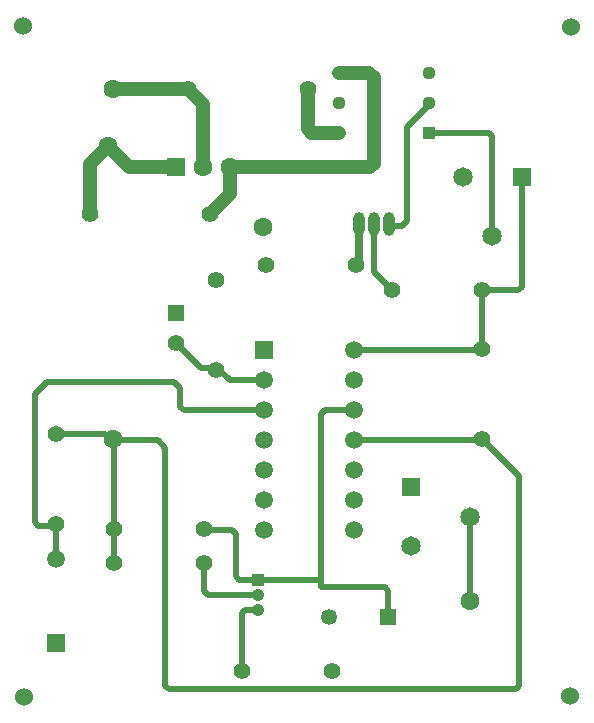
<source format=gbl>
G04*
G04 #@! TF.GenerationSoftware,Altium Limited,Altium Designer,20.2.5 (213)*
G04*
G04 Layer_Physical_Order=2*
G04 Layer_Color=16711680*
%FSLAX44Y44*%
%MOMM*%
G71*
G04*
G04 #@! TF.SameCoordinates,930A2EF1-4135-481E-B3E8-EEE05B8073E9*
G04*
G04*
G04 #@! TF.FilePolarity,Positive*
G04*
G01*
G75*
%ADD37C,0.5080*%
%ADD38R,1.0500X1.0500*%
%ADD39C,1.0500*%
%ADD40C,1.5240*%
%ADD41C,1.1300*%
%ADD42R,1.1300X1.1300*%
%ADD43R,1.6500X1.6500*%
%ADD44C,1.6500*%
%ADD45R,1.6500X1.6500*%
%ADD46C,1.4000*%
%ADD47C,1.5000*%
%ADD48R,1.5000X1.5000*%
%ADD49C,1.6000*%
%ADD50R,1.3500X1.3500*%
%ADD51C,1.3500*%
%ADD52R,1.6000X1.6000*%
%ADD53C,1.6000*%
%ADD54O,1.0000X2.0000*%
%ADD55O,1.0000X2.0000*%
%ADD56R,1.4000X1.4000*%
%ADD57R,1.5000X1.5000*%
%ADD58C,1.1430*%
%ADD59C,0.6350*%
D37*
X265430Y503356D02*
X268406Y500380D01*
X421640Y413150D02*
Y497404D01*
X369570Y500380D02*
X418664D01*
X421640Y497404D01*
X446640Y370006D02*
Y463150D01*
X412750Y367030D02*
X443664D01*
X446640Y370006D01*
X349250Y505460D02*
X369570Y525780D01*
X304800Y240030D02*
X305435Y240665D01*
X412115D01*
X412750Y241300D01*
X402590Y104140D02*
Y175260D01*
X147756Y29210D02*
X441524D01*
X412750Y241300D02*
X444500Y209550D01*
Y32186D02*
Y209550D01*
X441524Y29210D02*
X444500Y32186D01*
X209550Y44450D02*
Y93544D01*
X212526Y96520D02*
X223520D01*
X209550Y93544D02*
X212526Y96520D01*
X177800Y165100D02*
X180214D01*
X223520Y121920D02*
X276860D01*
X207446D02*
X223520D01*
X276860D02*
Y262454D01*
Y115570D02*
Y121920D01*
X204470Y124896D02*
Y160854D01*
Y124896D02*
X207446Y121920D01*
X179070Y163830D02*
X201494D01*
X204470Y160854D01*
X177800Y165100D02*
X179070Y163830D01*
X177800Y112196D02*
Y135890D01*
X180776Y109220D02*
X223520D01*
X177800Y112196D02*
X180776Y109220D01*
X144780Y32186D02*
Y233680D01*
Y32186D02*
X147756Y29210D01*
X349250Y425360D02*
Y505460D01*
X335280Y421640D02*
X345530D01*
X349250Y425360D01*
X321310Y382270D02*
X336550Y367030D01*
X321310Y382270D02*
Y422910D01*
X304800Y316230D02*
X305435Y316865D01*
X412115D01*
X412750Y317500D01*
Y367030D01*
X153670Y322580D02*
X174823Y301427D01*
X186253D01*
X187960Y299720D01*
X199264Y290830D02*
X228600D01*
X190374Y299720D02*
X199264Y290830D01*
X187960Y299720D02*
X190374D01*
X100965Y240665D02*
X101600Y240030D01*
X100330Y241300D02*
X100965Y240665D01*
X138430Y240030D02*
X144780Y233680D01*
X101600Y240030D02*
X138430D01*
X157480Y268406D02*
Y284480D01*
X160456Y265430D02*
X228600D01*
X157480Y268406D02*
X160456Y265430D01*
X152400Y289560D02*
X154932Y287028D01*
X157480Y284480D01*
X44450Y289560D02*
X152400D01*
X34290Y279400D02*
X44450Y289560D01*
X37266Y167640D02*
X50800D01*
X34290Y170616D02*
X37266Y167640D01*
X34290Y170616D02*
Y279400D01*
X50800Y167640D02*
X52070Y168910D01*
X276860Y115570D02*
X330634D01*
X279836Y265430D02*
X304800D01*
X276860Y262454D02*
X279836Y265430D01*
X333610Y90170D02*
Y112594D01*
X330634Y115570D02*
X333610Y112594D01*
X101600Y135890D02*
Y165100D01*
X100965Y165735D02*
Y240665D01*
Y165735D02*
X101600Y165100D01*
X52070Y245110D02*
X93565D01*
X97375Y241300D01*
X100330D01*
X52070Y139640D02*
Y168910D01*
D38*
X223520Y121920D02*
D03*
D39*
Y109220D02*
D03*
Y96520D02*
D03*
D40*
X25400Y22860D02*
D03*
X487350Y23597D02*
D03*
X487956Y590318D02*
D03*
X24460Y590951D02*
D03*
D41*
X292100Y500380D02*
D03*
Y525780D02*
D03*
Y551180D02*
D03*
X368300D02*
D03*
Y525780D02*
D03*
D42*
Y500380D02*
D03*
D43*
X352590Y200260D02*
D03*
D44*
X402590Y175260D02*
D03*
X352590Y150260D02*
D03*
X421640Y413150D02*
D03*
X396640Y463150D02*
D03*
D45*
X446640D02*
D03*
D46*
X306070Y388620D02*
D03*
X229870D02*
D03*
X209550Y44450D02*
D03*
X285750D02*
D03*
X163830Y537210D02*
D03*
X265430D02*
D03*
X81280Y431800D02*
D03*
X182880D02*
D03*
X336550Y367030D02*
D03*
X412750D02*
D03*
Y317500D02*
D03*
Y241300D02*
D03*
X177800Y165100D02*
D03*
X101600D02*
D03*
X177800Y135890D02*
D03*
X101600D02*
D03*
X52070Y168910D02*
D03*
Y245110D02*
D03*
X187960Y375920D02*
D03*
Y299720D02*
D03*
X153670Y322580D02*
D03*
D47*
X304800Y163830D02*
D03*
Y189230D02*
D03*
Y214630D02*
D03*
Y240030D02*
D03*
Y265430D02*
D03*
Y290830D02*
D03*
Y316230D02*
D03*
X228600Y163830D02*
D03*
Y189230D02*
D03*
Y214630D02*
D03*
Y240030D02*
D03*
Y265430D02*
D03*
Y290830D02*
D03*
X52070Y139640D02*
D03*
D48*
X228600Y316230D02*
D03*
D49*
X100330Y241300D02*
D03*
X227330Y420370D02*
D03*
X100330Y537210D02*
D03*
X96520Y488950D02*
D03*
X402590Y104140D02*
D03*
D50*
X333610Y90170D02*
D03*
D51*
X283610Y90170D02*
D03*
D52*
X153790Y471170D02*
D03*
D53*
X176590D02*
D03*
X199390D02*
D03*
D54*
X308610Y422910D02*
D03*
X334010D02*
D03*
D55*
X321310D02*
D03*
D56*
X153670Y347980D02*
D03*
D57*
X52070Y68640D02*
D03*
D58*
X265430Y503356D02*
Y537210D01*
X268406Y500380D02*
X292100D01*
Y551180D02*
X317590D01*
X321310Y474146D02*
Y547460D01*
X176590Y471170D02*
Y524450D01*
X163830Y537210D02*
X176590Y524450D01*
X182880Y431800D02*
X199390Y448310D01*
Y471170D02*
X318334D01*
X100330Y537210D02*
X163830D01*
X81280Y431800D02*
Y473710D01*
X96520Y488950D01*
X114300Y471170D02*
X153790D01*
X96520Y488950D02*
X114300Y471170D01*
X199390Y448310D02*
Y471170D01*
D59*
X317590Y551180D02*
X321310Y547460D01*
X318334Y471170D02*
X321310Y474146D01*
X176530Y471230D02*
X176590Y471170D01*
X308610Y393230D02*
Y422910D01*
X306070Y390690D02*
X308610Y393230D01*
X306070Y388620D02*
Y390690D01*
X334010Y422910D02*
X335280Y421640D01*
M02*

</source>
